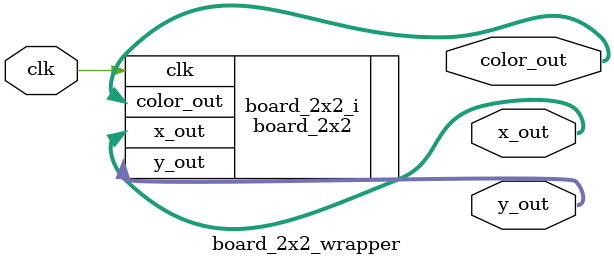
<source format=v>
`timescale 1 ps / 1 ps

module board_2x2_wrapper
   (clk,
    color_out,
    x_out,
    y_out);
  input clk;
  output [31:0]color_out;
  output [10:0]x_out;
  output [11:0]y_out;

  wire clk;
  wire [31:0]color_out;
  wire [10:0]x_out;
  wire [11:0]y_out;

  board_2x2 board_2x2_i
       (.clk(clk),
        .color_out(color_out),
        .x_out(x_out),
        .y_out(y_out));
endmodule

</source>
